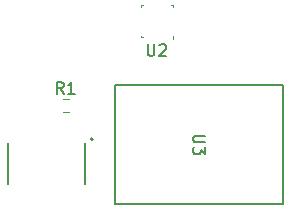
<source format=gbr>
%TF.GenerationSoftware,KiCad,Pcbnew,7.0.8*%
%TF.CreationDate,2024-06-12T17:23:09-04:00*%
%TF.ProjectId,BLERoomSensore,424c4552-6f6f-46d5-9365-6e736f72652e,rev?*%
%TF.SameCoordinates,Original*%
%TF.FileFunction,Legend,Top*%
%TF.FilePolarity,Positive*%
%FSLAX46Y46*%
G04 Gerber Fmt 4.6, Leading zero omitted, Abs format (unit mm)*
G04 Created by KiCad (PCBNEW 7.0.8) date 2024-06-12 17:23:09*
%MOMM*%
%LPD*%
G01*
G04 APERTURE LIST*
%ADD10C,0.150000*%
%ADD11C,0.152400*%
%ADD12C,0.120000*%
%ADD13C,0.200000*%
%ADD14C,0.100000*%
G04 APERTURE END LIST*
D10*
X148881180Y-81940495D02*
X148071657Y-81940495D01*
X148071657Y-81940495D02*
X147976419Y-81988114D01*
X147976419Y-81988114D02*
X147928800Y-82035733D01*
X147928800Y-82035733D02*
X147881180Y-82130971D01*
X147881180Y-82130971D02*
X147881180Y-82321447D01*
X147881180Y-82321447D02*
X147928800Y-82416685D01*
X147928800Y-82416685D02*
X147976419Y-82464304D01*
X147976419Y-82464304D02*
X148071657Y-82511923D01*
X148071657Y-82511923D02*
X148881180Y-82511923D01*
X148881180Y-82892876D02*
X148881180Y-83511923D01*
X148881180Y-83511923D02*
X148500228Y-83178590D01*
X148500228Y-83178590D02*
X148500228Y-83321447D01*
X148500228Y-83321447D02*
X148452609Y-83416685D01*
X148452609Y-83416685D02*
X148404990Y-83464304D01*
X148404990Y-83464304D02*
X148309752Y-83511923D01*
X148309752Y-83511923D02*
X148071657Y-83511923D01*
X148071657Y-83511923D02*
X147976419Y-83464304D01*
X147976419Y-83464304D02*
X147928800Y-83416685D01*
X147928800Y-83416685D02*
X147881180Y-83321447D01*
X147881180Y-83321447D02*
X147881180Y-83035733D01*
X147881180Y-83035733D02*
X147928800Y-82940495D01*
X147928800Y-82940495D02*
X147976419Y-82892876D01*
X136891733Y-78399819D02*
X136558400Y-77923628D01*
X136320305Y-78399819D02*
X136320305Y-77399819D01*
X136320305Y-77399819D02*
X136701257Y-77399819D01*
X136701257Y-77399819D02*
X136796495Y-77447438D01*
X136796495Y-77447438D02*
X136844114Y-77495057D01*
X136844114Y-77495057D02*
X136891733Y-77590295D01*
X136891733Y-77590295D02*
X136891733Y-77733152D01*
X136891733Y-77733152D02*
X136844114Y-77828390D01*
X136844114Y-77828390D02*
X136796495Y-77876009D01*
X136796495Y-77876009D02*
X136701257Y-77923628D01*
X136701257Y-77923628D02*
X136320305Y-77923628D01*
X137844114Y-78399819D02*
X137272686Y-78399819D01*
X137558400Y-78399819D02*
X137558400Y-77399819D01*
X137558400Y-77399819D02*
X137463162Y-77542676D01*
X137463162Y-77542676D02*
X137367924Y-77637914D01*
X137367924Y-77637914D02*
X137272686Y-77685533D01*
X144003095Y-74182819D02*
X144003095Y-74992342D01*
X144003095Y-74992342D02*
X144050714Y-75087580D01*
X144050714Y-75087580D02*
X144098333Y-75135200D01*
X144098333Y-75135200D02*
X144193571Y-75182819D01*
X144193571Y-75182819D02*
X144384047Y-75182819D01*
X144384047Y-75182819D02*
X144479285Y-75135200D01*
X144479285Y-75135200D02*
X144526904Y-75087580D01*
X144526904Y-75087580D02*
X144574523Y-74992342D01*
X144574523Y-74992342D02*
X144574523Y-74182819D01*
X145003095Y-74278057D02*
X145050714Y-74230438D01*
X145050714Y-74230438D02*
X145145952Y-74182819D01*
X145145952Y-74182819D02*
X145384047Y-74182819D01*
X145384047Y-74182819D02*
X145479285Y-74230438D01*
X145479285Y-74230438D02*
X145526904Y-74278057D01*
X145526904Y-74278057D02*
X145574523Y-74373295D01*
X145574523Y-74373295D02*
X145574523Y-74468533D01*
X145574523Y-74468533D02*
X145526904Y-74611390D01*
X145526904Y-74611390D02*
X144955476Y-75182819D01*
X144955476Y-75182819D02*
X145574523Y-75182819D01*
D11*
%TO.C,U3*%
X141211300Y-77673200D02*
X155460700Y-77673200D01*
X155460700Y-77673200D02*
X155460700Y-87731600D01*
X155460700Y-87731600D02*
X141211300Y-87731600D01*
X141211300Y-87731600D02*
X141211300Y-77673200D01*
D12*
%TO.C,R1*%
X136803676Y-78852500D02*
X137313124Y-78852500D01*
X136803676Y-79897500D02*
X137313124Y-79897500D01*
D13*
%TO.C,J1*%
X138718200Y-82565200D02*
X138718200Y-85995200D01*
X132198200Y-85995200D02*
X132198200Y-82565200D01*
X138718200Y-85995200D02*
X138718200Y-85995200D01*
X132198200Y-85995200D02*
X132198200Y-85995200D01*
X132198200Y-82565200D02*
X132198200Y-82565200D01*
X138718200Y-82565200D02*
X138718200Y-82565200D01*
X139383200Y-82245200D02*
G75*
G03*
X139383200Y-82245200I-100000J0D01*
G01*
D14*
%TO.C,U2*%
X146130000Y-73463000D02*
X146130000Y-73713000D01*
X146130000Y-70913000D02*
X146130000Y-71063000D01*
X146130000Y-70903000D02*
X145980000Y-70903000D01*
X143580000Y-73613000D02*
X143430000Y-73613000D01*
X143430000Y-73613000D02*
X143430000Y-73463000D01*
X143430000Y-70913000D02*
X143580000Y-70913000D01*
X143430000Y-70913000D02*
X143430000Y-71063000D01*
%TD*%
M02*

</source>
